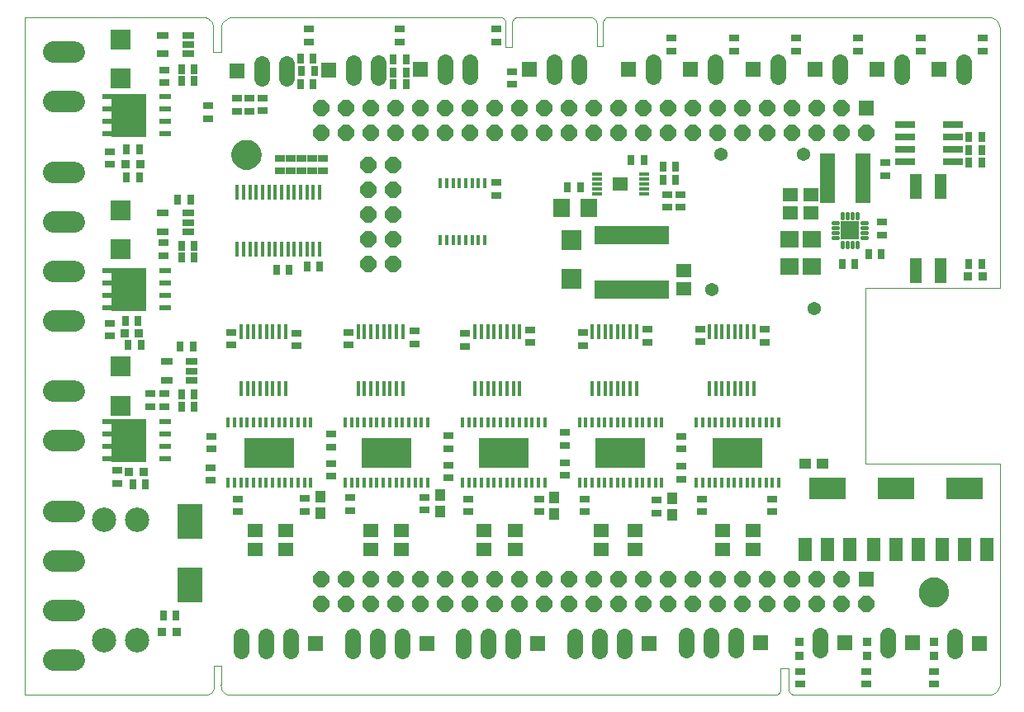
<source format=gts>
G75*
%MOIN*%
%OFA0B0*%
%FSLAX24Y24*%
%IPPOS*%
%LPD*%
%AMOC8*
5,1,8,0,0,1.08239X$1,22.5*
%
%ADD10C,0.0000*%
%ADD11R,0.0178X0.0434*%
%ADD12R,0.2009X0.1221*%
%ADD13R,0.0180X0.0620*%
%ADD14R,0.0160X0.0430*%
%ADD15R,0.0394X0.0316*%
%ADD16R,0.0631X0.0552*%
%ADD17R,0.0355X0.0355*%
%ADD18R,0.0520X0.0920*%
%ADD19R,0.1457X0.0906*%
%ADD20R,0.0316X0.0394*%
%ADD21R,0.0473X0.0434*%
%ADD22R,0.0434X0.0473*%
%ADD23R,0.0640X0.0640*%
%ADD24C,0.0640*%
%ADD25C,0.0865*%
%ADD26R,0.0485X0.1001*%
%ADD27R,0.1024X0.1418*%
%ADD28R,0.0827X0.0827*%
%ADD29C,0.0158*%
%ADD30R,0.0749X0.0749*%
%ADD31R,0.0749X0.0670*%
%ADD32R,0.0591X0.2009*%
%ADD33R,0.0434X0.0158*%
%ADD34R,0.0670X0.0749*%
%ADD35R,0.2993X0.0749*%
%ADD36R,0.0820X0.0250*%
%ADD37C,0.0500*%
%ADD38C,0.0434*%
%ADD39C,0.0540*%
%ADD40R,0.0473X0.0237*%
%ADD41R,0.1418X0.1733*%
%ADD42R,0.0512X0.0257*%
%ADD43OC8,0.0640*%
%ADD44C,0.0985*%
D10*
X002484Y003433D02*
X009806Y003433D01*
X009807Y003433D02*
X009841Y003436D01*
X009875Y003443D01*
X009909Y003454D01*
X009941Y003467D01*
X009971Y003484D01*
X010000Y003503D01*
X010027Y003525D01*
X010052Y003550D01*
X010073Y003577D01*
X010093Y003606D01*
X010109Y003637D01*
X010122Y003670D01*
X010132Y003703D01*
X010138Y003737D01*
X010142Y003772D01*
X010141Y003807D01*
X010141Y004614D01*
X010417Y004614D01*
X010417Y003846D01*
X010416Y003847D02*
X010415Y003809D01*
X010418Y003771D01*
X010424Y003734D01*
X010434Y003697D01*
X010448Y003662D01*
X010464Y003628D01*
X010485Y003596D01*
X010508Y003566D01*
X010534Y003539D01*
X010562Y003514D01*
X010593Y003492D01*
X010626Y003474D01*
X010660Y003458D01*
X010696Y003446D01*
X010733Y003438D01*
X010770Y003433D01*
X010771Y003433D02*
X032779Y003433D01*
X032808Y003436D01*
X032837Y003443D01*
X032865Y003453D01*
X032892Y003466D01*
X032917Y003482D01*
X032939Y003502D01*
X032960Y003523D01*
X032977Y003547D01*
X032991Y003573D01*
X033002Y003601D01*
X033010Y003630D01*
X033014Y003659D01*
X033015Y003689D01*
X033015Y004516D01*
X033330Y004516D01*
X033330Y003689D01*
X033331Y003659D01*
X033335Y003630D01*
X033343Y003601D01*
X033354Y003573D01*
X033368Y003547D01*
X033385Y003523D01*
X033406Y003502D01*
X033428Y003482D01*
X033453Y003466D01*
X033480Y003453D01*
X033508Y003443D01*
X033537Y003436D01*
X033566Y003433D01*
X041361Y003433D01*
X041402Y003432D01*
X041442Y003435D01*
X041482Y003441D01*
X041522Y003451D01*
X041560Y003464D01*
X041597Y003480D01*
X041632Y003500D01*
X041666Y003522D01*
X041698Y003548D01*
X041727Y003576D01*
X041753Y003606D01*
X041777Y003639D01*
X041798Y003674D01*
X041816Y003710D01*
X041831Y003748D01*
X041842Y003786D01*
X041850Y003826D01*
X041854Y003866D01*
X041854Y012783D01*
X036417Y012783D01*
X036417Y019870D01*
X041854Y019870D01*
X041854Y030402D01*
X041854Y030401D02*
X041849Y030441D01*
X041841Y030480D01*
X041829Y030519D01*
X041814Y030556D01*
X041796Y030592D01*
X041775Y030626D01*
X041751Y030658D01*
X041724Y030688D01*
X041695Y030715D01*
X041664Y030740D01*
X041630Y030762D01*
X041595Y030781D01*
X041558Y030796D01*
X041520Y030809D01*
X041481Y030818D01*
X041442Y030824D01*
X041402Y030826D01*
X041362Y030825D01*
X041361Y030825D02*
X026056Y030825D01*
X026028Y030820D01*
X026000Y030812D01*
X025973Y030800D01*
X025947Y030786D01*
X025924Y030768D01*
X025903Y030748D01*
X025885Y030725D01*
X025869Y030701D01*
X025856Y030674D01*
X025847Y030646D01*
X025841Y030618D01*
X025839Y030589D01*
X025840Y030559D01*
X025840Y029634D01*
X025584Y029634D01*
X025584Y030539D01*
X025585Y030570D01*
X025582Y030601D01*
X025575Y030631D01*
X025564Y030661D01*
X025550Y030688D01*
X025533Y030714D01*
X025513Y030738D01*
X025490Y030759D01*
X025465Y030777D01*
X025437Y030792D01*
X025408Y030803D01*
X025378Y030811D01*
X025348Y030815D01*
X022365Y030815D01*
X022366Y030815D02*
X022338Y030808D01*
X022310Y030798D01*
X022285Y030785D01*
X022261Y030769D01*
X022239Y030751D01*
X022219Y030729D01*
X022202Y030706D01*
X022189Y030681D01*
X022178Y030654D01*
X022171Y030626D01*
X022167Y030597D01*
X022166Y030568D01*
X022169Y030540D01*
X022169Y030539D02*
X022169Y029614D01*
X021913Y029614D01*
X021913Y030539D01*
X021912Y030540D02*
X021915Y030568D01*
X021914Y030597D01*
X021910Y030626D01*
X021903Y030654D01*
X021892Y030681D01*
X021879Y030706D01*
X021862Y030729D01*
X021842Y030751D01*
X021820Y030769D01*
X021796Y030785D01*
X021771Y030798D01*
X021743Y030808D01*
X021715Y030815D01*
X021716Y030815D02*
X010889Y030815D01*
X010848Y030813D01*
X010807Y030808D01*
X010767Y030799D01*
X010728Y030787D01*
X010690Y030771D01*
X010653Y030752D01*
X010618Y030730D01*
X010586Y030705D01*
X010555Y030677D01*
X010527Y030646D01*
X010502Y030614D01*
X010480Y030579D01*
X010461Y030542D01*
X010445Y030504D01*
X010433Y030465D01*
X010424Y030425D01*
X010419Y030384D01*
X010417Y030343D01*
X010417Y029398D01*
X010102Y029398D01*
X010102Y030343D01*
X010105Y030382D01*
X010104Y030421D01*
X010100Y030459D01*
X010093Y030498D01*
X010082Y030535D01*
X010067Y030571D01*
X010050Y030606D01*
X010029Y030639D01*
X010005Y030670D01*
X009978Y030698D01*
X009949Y030724D01*
X009918Y030747D01*
X009885Y030768D01*
X009850Y030785D01*
X009813Y030798D01*
X009776Y030809D01*
X009737Y030816D01*
X009737Y030815D02*
X002484Y030815D01*
X002484Y003433D01*
D11*
X010712Y012011D03*
X010968Y012011D03*
X011224Y012011D03*
X011480Y012011D03*
X011736Y012011D03*
X011991Y012011D03*
X012247Y012011D03*
X012503Y012011D03*
X012759Y012011D03*
X013015Y012011D03*
X013271Y012011D03*
X013527Y012011D03*
X013783Y012011D03*
X014039Y012011D03*
X015436Y012011D03*
X015692Y012011D03*
X015948Y012011D03*
X016204Y012011D03*
X016460Y012011D03*
X016716Y012011D03*
X016972Y012011D03*
X017228Y012011D03*
X017484Y012011D03*
X017739Y012011D03*
X017995Y012011D03*
X018251Y012011D03*
X018507Y012011D03*
X018763Y012011D03*
X020161Y012011D03*
X020417Y012011D03*
X020673Y012011D03*
X020928Y012011D03*
X021184Y012011D03*
X021440Y012011D03*
X021696Y012011D03*
X021952Y012011D03*
X022208Y012011D03*
X022464Y012011D03*
X022720Y012011D03*
X022976Y012011D03*
X023232Y012011D03*
X023487Y012011D03*
X024885Y012011D03*
X025141Y012011D03*
X025397Y012011D03*
X025653Y012011D03*
X025909Y012011D03*
X026165Y012011D03*
X026421Y012011D03*
X026676Y012011D03*
X026932Y012011D03*
X027188Y012011D03*
X027444Y012011D03*
X027700Y012011D03*
X027956Y012011D03*
X028212Y012011D03*
X029610Y012011D03*
X029865Y012011D03*
X030121Y012011D03*
X030377Y012011D03*
X030633Y012011D03*
X030889Y012011D03*
X031145Y012011D03*
X031401Y012011D03*
X031657Y012011D03*
X031913Y012011D03*
X032169Y012011D03*
X032424Y012011D03*
X032680Y012011D03*
X032936Y012011D03*
X032936Y014442D03*
X032680Y014442D03*
X032424Y014442D03*
X032169Y014442D03*
X031913Y014442D03*
X031657Y014442D03*
X031401Y014442D03*
X031145Y014442D03*
X030889Y014442D03*
X030633Y014442D03*
X030377Y014442D03*
X030121Y014442D03*
X029865Y014442D03*
X029610Y014442D03*
X028212Y014442D03*
X027956Y014442D03*
X027700Y014442D03*
X027444Y014442D03*
X027188Y014442D03*
X026932Y014442D03*
X026676Y014442D03*
X026421Y014442D03*
X026165Y014442D03*
X025909Y014442D03*
X025653Y014442D03*
X025397Y014442D03*
X025141Y014442D03*
X024885Y014442D03*
X023487Y014442D03*
X023232Y014442D03*
X022976Y014442D03*
X022720Y014442D03*
X022464Y014442D03*
X022208Y014442D03*
X021952Y014442D03*
X021696Y014442D03*
X021440Y014442D03*
X021184Y014442D03*
X020928Y014442D03*
X020673Y014442D03*
X020417Y014442D03*
X020161Y014442D03*
X018763Y014442D03*
X018507Y014442D03*
X018251Y014442D03*
X017995Y014442D03*
X017739Y014442D03*
X017484Y014442D03*
X017228Y014442D03*
X016972Y014442D03*
X016716Y014442D03*
X016460Y014442D03*
X016204Y014442D03*
X015948Y014442D03*
X015692Y014442D03*
X015436Y014442D03*
X014039Y014442D03*
X013783Y014442D03*
X013527Y014442D03*
X013271Y014442D03*
X013015Y014442D03*
X012759Y014442D03*
X012503Y014442D03*
X012247Y014442D03*
X011991Y014442D03*
X011736Y014442D03*
X011480Y014442D03*
X011224Y014442D03*
X010968Y014442D03*
X010712Y014442D03*
D12*
X012375Y013226D03*
X017100Y013226D03*
X021824Y013226D03*
X026549Y013226D03*
X031273Y013226D03*
D13*
X031157Y015817D03*
X031407Y015817D03*
X031667Y015817D03*
X031927Y015817D03*
X030897Y015817D03*
X030647Y015817D03*
X030387Y015817D03*
X030127Y015817D03*
X030127Y018117D03*
X030387Y018117D03*
X030647Y018117D03*
X030897Y018117D03*
X031157Y018117D03*
X031407Y018117D03*
X031667Y018117D03*
X031927Y018117D03*
X027202Y018117D03*
X026942Y018117D03*
X026682Y018117D03*
X026432Y018117D03*
X026172Y018117D03*
X025922Y018117D03*
X025662Y018117D03*
X025402Y018117D03*
X025402Y015817D03*
X025662Y015817D03*
X025922Y015817D03*
X026172Y015817D03*
X026432Y015817D03*
X026682Y015817D03*
X026942Y015817D03*
X027202Y015817D03*
X022478Y015817D03*
X022218Y015817D03*
X021958Y015817D03*
X021708Y015817D03*
X021448Y015817D03*
X021198Y015817D03*
X020938Y015817D03*
X020678Y015817D03*
X020678Y018117D03*
X020938Y018117D03*
X021198Y018117D03*
X021448Y018117D03*
X021708Y018117D03*
X021958Y018117D03*
X022218Y018117D03*
X022478Y018117D03*
X017754Y018117D03*
X017494Y018117D03*
X017234Y018117D03*
X016984Y018117D03*
X016724Y018117D03*
X016474Y018117D03*
X016214Y018117D03*
X015954Y018117D03*
X015954Y015817D03*
X016214Y015817D03*
X016474Y015817D03*
X016724Y015817D03*
X016984Y015817D03*
X017234Y015817D03*
X017494Y015817D03*
X017754Y015817D03*
X013029Y015817D03*
X012769Y015817D03*
X012509Y015817D03*
X012259Y015817D03*
X011999Y015817D03*
X011749Y015817D03*
X011489Y015817D03*
X011229Y015817D03*
X011229Y018117D03*
X011489Y018117D03*
X011749Y018117D03*
X011999Y018117D03*
X012259Y018117D03*
X012509Y018117D03*
X012769Y018117D03*
X013029Y018117D03*
X013119Y021437D03*
X012869Y021437D03*
X012609Y021437D03*
X012359Y021437D03*
X012099Y021437D03*
X011839Y021437D03*
X011589Y021437D03*
X011329Y021437D03*
X011079Y021437D03*
X013379Y021437D03*
X013639Y021437D03*
X013889Y021437D03*
X014149Y021437D03*
X014399Y021437D03*
X014399Y023737D03*
X014149Y023737D03*
X013889Y023737D03*
X013639Y023737D03*
X013379Y023737D03*
X013119Y023737D03*
X012869Y023737D03*
X012609Y023737D03*
X012359Y023737D03*
X012099Y023737D03*
X011839Y023737D03*
X011589Y023737D03*
X011329Y023737D03*
X011079Y023737D03*
D14*
X019275Y024119D03*
X019531Y024119D03*
X019787Y024119D03*
X020043Y024119D03*
X020299Y024119D03*
X020554Y024119D03*
X020810Y024119D03*
X021066Y024119D03*
X021066Y021822D03*
X020810Y021822D03*
X020554Y021822D03*
X020299Y021822D03*
X020043Y021822D03*
X019787Y021822D03*
X019531Y021822D03*
X019275Y021822D03*
D15*
X021549Y023630D03*
X021549Y024142D03*
X022154Y028117D03*
X022154Y028629D03*
X021539Y029821D03*
X021539Y030333D03*
X017621Y030333D03*
X017621Y029821D03*
X013950Y029821D03*
X013950Y030333D03*
X012090Y027547D03*
X012090Y027035D03*
X011558Y027026D03*
X011056Y027026D03*
X011056Y027537D03*
X011558Y027537D03*
X009915Y027242D03*
X009915Y026730D03*
X008143Y028177D03*
X008143Y028689D03*
X005928Y025392D03*
X005928Y024880D03*
X008094Y021701D03*
X008094Y021189D03*
X005928Y018453D03*
X005928Y017941D03*
X007552Y015598D03*
X007552Y015087D03*
X008143Y015087D03*
X008143Y015598D03*
X010023Y013883D03*
X010023Y013371D03*
X010013Y012610D03*
X010013Y012098D03*
X011084Y011356D03*
X011084Y010845D03*
X013786Y010863D03*
X013786Y011374D03*
X014865Y012272D03*
X014865Y012783D03*
X014856Y013453D03*
X014856Y013965D03*
X015623Y011406D03*
X015623Y010894D03*
X018645Y010913D03*
X018645Y011425D03*
X019592Y012203D03*
X019592Y012715D03*
X019592Y013394D03*
X019592Y013906D03*
X020387Y011346D03*
X020387Y010835D03*
X023251Y010835D03*
X023251Y011346D03*
X024314Y012311D03*
X024314Y012823D03*
X024314Y013523D03*
X024314Y014035D03*
X025111Y011346D03*
X025111Y010835D03*
X028015Y010795D03*
X028015Y011307D03*
X028999Y012154D03*
X028999Y012665D03*
X028989Y013374D03*
X028989Y013886D03*
X029836Y011346D03*
X029836Y010835D03*
X032659Y010835D03*
X032659Y011346D03*
X032356Y017685D03*
X032356Y018197D03*
X029756Y018227D03*
X029756Y017715D03*
X027631Y017685D03*
X027631Y018197D03*
X025031Y018067D03*
X025031Y017555D03*
X022907Y017665D03*
X022907Y018177D03*
X020267Y018037D03*
X020267Y017525D03*
X018241Y017626D03*
X018241Y018138D03*
X015562Y018077D03*
X015562Y017565D03*
X013468Y017547D03*
X013468Y018059D03*
X010829Y018077D03*
X010829Y017565D03*
X006224Y012498D03*
X006224Y011986D03*
X012799Y024614D03*
X013232Y024614D03*
X013665Y024614D03*
X014098Y024614D03*
X014531Y024614D03*
X014531Y025126D03*
X014098Y025126D03*
X013665Y025126D03*
X013232Y025126D03*
X012799Y025126D03*
X028419Y023659D03*
X028960Y023659D03*
X028960Y023148D03*
X028419Y023148D03*
X028615Y029457D03*
X028615Y029969D03*
X031125Y029969D03*
X031125Y029457D03*
X033635Y029457D03*
X033635Y029969D03*
X036145Y029969D03*
X036145Y029457D03*
X038655Y029457D03*
X038655Y029969D03*
X041165Y029969D03*
X041165Y029457D03*
X037247Y024939D03*
X037247Y024427D03*
X037090Y022537D03*
X037090Y022026D03*
X036480Y004388D03*
X036480Y003876D03*
X033793Y003876D03*
X033793Y004388D03*
X039196Y004388D03*
X039196Y003876D03*
D16*
X031883Y009319D03*
X031883Y010067D03*
X030653Y010067D03*
X030653Y009319D03*
X027139Y009319D03*
X027139Y010067D03*
X025751Y010067D03*
X025751Y009319D03*
X022316Y009319D03*
X022316Y010067D03*
X021027Y010067D03*
X021027Y009319D03*
X017710Y009319D03*
X017710Y010067D03*
X016480Y010067D03*
X016480Y009319D03*
X013045Y009319D03*
X013045Y010067D03*
X011795Y010067D03*
X011795Y009319D03*
X029108Y019841D03*
X029108Y020589D03*
X026533Y024065D03*
X033389Y023659D03*
X034236Y023659D03*
X034236Y022911D03*
X033389Y022911D03*
D17*
X040574Y020362D03*
X041165Y020362D03*
X039196Y005589D03*
X039196Y004998D03*
X036509Y004998D03*
X036509Y005589D03*
X033773Y005589D03*
X033773Y004998D03*
X008635Y005992D03*
X008045Y005992D03*
X007306Y012439D03*
X006716Y012439D03*
X006519Y018049D03*
X007110Y018049D03*
X007159Y024890D03*
X006568Y024890D03*
D18*
X033985Y009329D03*
X034895Y009329D03*
X035805Y009329D03*
X036761Y009329D03*
X037671Y009329D03*
X038580Y009329D03*
X039517Y009329D03*
X040426Y009329D03*
X041336Y009329D03*
D19*
X040426Y011769D03*
X037671Y011769D03*
X034895Y011769D03*
D20*
X035495Y020835D03*
X036007Y020835D03*
X036558Y021248D03*
X037070Y021248D03*
X040613Y020854D03*
X041125Y020854D03*
X041125Y024939D03*
X040613Y024939D03*
X040613Y025431D03*
X041125Y025431D03*
X041125Y025972D03*
X040613Y025972D03*
X028773Y024781D03*
X028261Y024781D03*
X028261Y024240D03*
X028773Y024240D03*
X027493Y025057D03*
X026982Y025057D03*
X024924Y023935D03*
X024413Y023935D03*
X017887Y028098D03*
X017887Y028581D03*
X017375Y028581D03*
X017375Y028098D03*
X017375Y029112D03*
X017887Y029112D03*
X014186Y028650D03*
X013674Y028650D03*
X013625Y028098D03*
X014137Y028098D03*
X014137Y029161D03*
X013625Y029161D03*
X009334Y028728D03*
X009334Y028236D03*
X008822Y028236D03*
X008822Y028728D03*
X007119Y025480D03*
X006608Y025480D03*
X006608Y024348D03*
X007119Y024348D03*
X008674Y023463D03*
X009186Y023463D03*
X009334Y021593D03*
X008822Y021593D03*
X008822Y021100D03*
X009334Y021100D03*
X007070Y018541D03*
X006558Y018541D03*
X006676Y017567D03*
X007188Y017567D03*
X008773Y017508D03*
X009285Y017508D03*
X009334Y015589D03*
X009334Y015096D03*
X008822Y015096D03*
X008822Y015589D03*
X007365Y011947D03*
X006854Y011947D03*
X008084Y006632D03*
X008596Y006632D03*
X012661Y020618D03*
X013173Y020618D03*
X013893Y020744D03*
X014405Y020744D03*
D21*
X034015Y012770D03*
X034684Y012770D03*
D22*
X028635Y011386D03*
X028635Y010717D03*
X023871Y010736D03*
X023871Y011406D03*
X019265Y011504D03*
X019265Y010835D03*
X014423Y010776D03*
X014423Y011445D03*
D23*
X014239Y005500D03*
X018728Y005500D03*
X023216Y005500D03*
X027704Y005500D03*
X032192Y005539D03*
X035602Y005539D03*
X038318Y005539D03*
X041035Y005500D03*
X036466Y008116D03*
X036466Y027161D03*
X036905Y028709D03*
X039415Y028709D03*
X034395Y028709D03*
X031885Y028709D03*
X029375Y028709D03*
X026865Y028709D03*
X022871Y028709D03*
X018472Y028709D03*
X014751Y028669D03*
X011070Y028650D03*
D24*
X012070Y028950D02*
X012070Y028350D01*
X013070Y028350D02*
X013070Y028950D01*
X015751Y028969D02*
X015751Y028369D01*
X016751Y028369D02*
X016751Y028969D01*
X019472Y029009D02*
X019472Y028409D01*
X020472Y028409D02*
X020472Y029009D01*
X023871Y029009D02*
X023871Y028409D01*
X024871Y028409D02*
X024871Y029009D01*
X027865Y029009D02*
X027865Y028409D01*
X030375Y028409D02*
X030375Y029009D01*
X032885Y029009D02*
X032885Y028409D01*
X035395Y028409D02*
X035395Y029009D01*
X037905Y029009D02*
X037905Y028409D01*
X040415Y028409D02*
X040415Y029009D01*
X037318Y005839D02*
X037318Y005239D01*
X034602Y005239D02*
X034602Y005839D01*
X031192Y005839D02*
X031192Y005239D01*
X030192Y005239D02*
X030192Y005839D01*
X029192Y005839D02*
X029192Y005239D01*
X026704Y005200D02*
X026704Y005800D01*
X025704Y005800D02*
X025704Y005200D01*
X024704Y005200D02*
X024704Y005800D01*
X022216Y005800D02*
X022216Y005200D01*
X021216Y005200D02*
X021216Y005800D01*
X020216Y005800D02*
X020216Y005200D01*
X017728Y005200D02*
X017728Y005800D01*
X016728Y005800D02*
X016728Y005200D01*
X015728Y005200D02*
X015728Y005800D01*
X013239Y005800D02*
X013239Y005200D01*
X012239Y005200D02*
X012239Y005800D01*
X011239Y005800D02*
X011239Y005200D01*
X040035Y005200D02*
X040035Y005800D01*
D25*
X004493Y004862D02*
X003668Y004862D01*
X003668Y006862D02*
X004493Y006862D01*
X004493Y008862D02*
X003668Y008862D01*
X003668Y010862D02*
X004493Y010862D01*
X004493Y013713D02*
X003668Y013713D01*
X003668Y015713D02*
X004493Y015713D01*
X004493Y018563D02*
X003668Y018563D01*
X003668Y020563D02*
X004493Y020563D01*
X004493Y022563D02*
X003668Y022563D01*
X003668Y024563D02*
X004493Y024563D01*
X004493Y027413D02*
X003668Y027413D01*
X003668Y029413D02*
X004493Y029413D01*
D26*
X038450Y023974D03*
X039450Y023974D03*
X039450Y020589D03*
X038450Y020589D03*
D27*
X009157Y010441D03*
X009157Y007882D03*
D28*
X006371Y015126D03*
X006371Y016701D03*
X006371Y021445D03*
X006371Y023020D03*
X006371Y028335D03*
X006371Y029909D03*
X024560Y021829D03*
X024560Y020254D03*
D29*
X035122Y021917D02*
X035298Y021917D01*
X035298Y022114D02*
X035122Y022114D01*
X035122Y022311D02*
X035298Y022311D01*
X035298Y022508D02*
X035122Y022508D01*
X035495Y022705D02*
X035495Y022881D01*
X035692Y022881D02*
X035692Y022705D01*
X035889Y022705D02*
X035889Y022881D01*
X036086Y022881D02*
X036086Y022705D01*
X036283Y022508D02*
X036459Y022508D01*
X036459Y022311D02*
X036283Y022311D01*
X036283Y022114D02*
X036459Y022114D01*
X036459Y021917D02*
X036283Y021917D01*
X036086Y021720D02*
X036086Y021544D01*
X035889Y021544D02*
X035889Y021720D01*
X035692Y021720D02*
X035692Y021544D01*
X035495Y021544D02*
X035495Y021720D01*
D30*
X035791Y022213D03*
D31*
X034255Y021858D03*
X033379Y021858D03*
X033379Y020756D03*
X034255Y020756D03*
D32*
X034885Y024299D03*
X036342Y024299D03*
D33*
X027493Y024270D03*
X027493Y024467D03*
X027493Y024071D03*
X027493Y023876D03*
X027493Y023679D03*
X025604Y023679D03*
X025604Y023876D03*
X025604Y024071D03*
X025604Y024270D03*
X025604Y024467D03*
D34*
X025279Y023118D03*
X024176Y023118D03*
D35*
X026991Y022006D03*
X026991Y019801D03*
D36*
X038029Y024976D03*
X038029Y025476D03*
X038029Y025976D03*
X038029Y026476D03*
X039969Y026476D03*
X039969Y025976D03*
X039969Y025476D03*
X039969Y024976D03*
D37*
X038822Y007587D02*
X038824Y007624D01*
X038830Y007661D01*
X038839Y007696D01*
X038853Y007731D01*
X038869Y007764D01*
X038890Y007795D01*
X038913Y007824D01*
X038939Y007850D01*
X038968Y007873D01*
X038999Y007894D01*
X039032Y007910D01*
X039067Y007924D01*
X039102Y007933D01*
X039139Y007939D01*
X039176Y007941D01*
X039213Y007939D01*
X039250Y007933D01*
X039285Y007924D01*
X039320Y007910D01*
X039353Y007894D01*
X039384Y007873D01*
X039413Y007850D01*
X039439Y007824D01*
X039462Y007795D01*
X039483Y007764D01*
X039499Y007731D01*
X039513Y007696D01*
X039522Y007661D01*
X039528Y007624D01*
X039530Y007587D01*
X039528Y007550D01*
X039522Y007513D01*
X039513Y007478D01*
X039499Y007443D01*
X039483Y007410D01*
X039462Y007379D01*
X039439Y007350D01*
X039413Y007324D01*
X039384Y007301D01*
X039353Y007280D01*
X039320Y007264D01*
X039285Y007250D01*
X039250Y007241D01*
X039213Y007235D01*
X039176Y007233D01*
X039139Y007235D01*
X039102Y007241D01*
X039067Y007250D01*
X039032Y007264D01*
X038999Y007280D01*
X038968Y007301D01*
X038939Y007324D01*
X038913Y007350D01*
X038890Y007379D01*
X038869Y007410D01*
X038853Y007443D01*
X038839Y007478D01*
X038830Y007513D01*
X038824Y007550D01*
X038822Y007587D01*
X011076Y025274D02*
X011078Y025311D01*
X011084Y025348D01*
X011093Y025383D01*
X011107Y025418D01*
X011123Y025451D01*
X011144Y025482D01*
X011167Y025511D01*
X011193Y025537D01*
X011222Y025560D01*
X011253Y025581D01*
X011286Y025597D01*
X011321Y025611D01*
X011356Y025620D01*
X011393Y025626D01*
X011430Y025628D01*
X011467Y025626D01*
X011504Y025620D01*
X011539Y025611D01*
X011574Y025597D01*
X011607Y025581D01*
X011638Y025560D01*
X011667Y025537D01*
X011693Y025511D01*
X011716Y025482D01*
X011737Y025451D01*
X011753Y025418D01*
X011767Y025383D01*
X011776Y025348D01*
X011782Y025311D01*
X011784Y025274D01*
X011782Y025237D01*
X011776Y025200D01*
X011767Y025165D01*
X011753Y025130D01*
X011737Y025097D01*
X011716Y025066D01*
X011693Y025037D01*
X011667Y025011D01*
X011638Y024988D01*
X011607Y024967D01*
X011574Y024951D01*
X011539Y024937D01*
X011504Y024928D01*
X011467Y024922D01*
X011430Y024920D01*
X011393Y024922D01*
X011356Y024928D01*
X011321Y024937D01*
X011286Y024951D01*
X011253Y024967D01*
X011222Y024988D01*
X011193Y025011D01*
X011167Y025037D01*
X011144Y025066D01*
X011123Y025097D01*
X011107Y025130D01*
X011093Y025165D01*
X011084Y025200D01*
X011078Y025237D01*
X011076Y025274D01*
D38*
X011430Y025274D03*
X039176Y007587D03*
D39*
X034373Y019063D03*
X030239Y019821D03*
X030594Y025274D03*
X033921Y025264D03*
D40*
X008153Y026108D03*
X008153Y026608D03*
X008153Y027108D03*
X008153Y027608D03*
X005869Y027608D03*
X005869Y027108D03*
X005869Y026608D03*
X005869Y026108D03*
X005869Y020571D03*
X005869Y020071D03*
X005869Y019571D03*
X005869Y019071D03*
X008153Y019071D03*
X008153Y019571D03*
X008153Y020071D03*
X008153Y020571D03*
X008153Y014469D03*
X008153Y013969D03*
X008153Y013469D03*
X008153Y012969D03*
X005869Y012969D03*
X005869Y013469D03*
X005869Y013969D03*
X005869Y014469D03*
D41*
X006716Y013719D03*
X006716Y019821D03*
X006716Y026858D03*
D42*
X008074Y029339D03*
X008074Y030087D03*
X009098Y030087D03*
X009098Y029713D03*
X009098Y029339D03*
X009098Y022902D03*
X009098Y022528D03*
X009098Y022154D03*
X008074Y022154D03*
X008074Y022902D03*
X008222Y016898D03*
X008222Y016150D03*
X009245Y016150D03*
X009245Y016524D03*
X009245Y016898D03*
D43*
X016373Y020862D03*
X016373Y021862D03*
X016373Y022862D03*
X016373Y023862D03*
X016373Y024862D03*
X017373Y024862D03*
X017373Y023862D03*
X017373Y022862D03*
X017373Y021862D03*
X017373Y020862D03*
X017466Y026161D03*
X018466Y026161D03*
X019466Y026161D03*
X020466Y026161D03*
X021466Y026161D03*
X022466Y026161D03*
X023466Y026161D03*
X024466Y026161D03*
X025466Y026161D03*
X026466Y026161D03*
X027466Y026161D03*
X028466Y026161D03*
X029466Y026161D03*
X030466Y026161D03*
X031466Y026161D03*
X032466Y026161D03*
X033466Y026161D03*
X034466Y026161D03*
X035466Y026161D03*
X036466Y026161D03*
X035466Y027161D03*
X034466Y027161D03*
X033466Y027161D03*
X032466Y027161D03*
X031466Y027161D03*
X030466Y027161D03*
X029466Y027161D03*
X028466Y027161D03*
X027466Y027161D03*
X026466Y027161D03*
X025466Y027161D03*
X024466Y027161D03*
X023466Y027161D03*
X022466Y027161D03*
X021466Y027161D03*
X020466Y027161D03*
X019466Y027161D03*
X018466Y027161D03*
X017466Y027161D03*
X016466Y027161D03*
X016466Y026161D03*
X015466Y026161D03*
X014466Y026161D03*
X014466Y027161D03*
X015466Y027161D03*
X015466Y008116D03*
X014466Y008116D03*
X014466Y007116D03*
X015466Y007116D03*
X016466Y007116D03*
X017466Y007116D03*
X018466Y007116D03*
X019466Y007116D03*
X020466Y007116D03*
X021466Y007116D03*
X022466Y007116D03*
X023466Y007116D03*
X024466Y007116D03*
X025466Y007116D03*
X026466Y007116D03*
X027466Y007116D03*
X028466Y007116D03*
X029466Y007116D03*
X030466Y007116D03*
X031466Y007116D03*
X032466Y007116D03*
X033466Y007116D03*
X034466Y007116D03*
X035466Y007116D03*
X036466Y007116D03*
X035466Y008116D03*
X034466Y008116D03*
X033466Y008116D03*
X032466Y008116D03*
X031466Y008116D03*
X030466Y008116D03*
X029466Y008116D03*
X028466Y008116D03*
X027466Y008116D03*
X026466Y008116D03*
X025466Y008116D03*
X024466Y008116D03*
X023466Y008116D03*
X022466Y008116D03*
X021466Y008116D03*
X020466Y008116D03*
X019466Y008116D03*
X018466Y008116D03*
X017466Y008116D03*
X016466Y008116D03*
D44*
X007031Y010520D03*
X005692Y010520D03*
X005692Y005638D03*
X007031Y005638D03*
M02*

</source>
